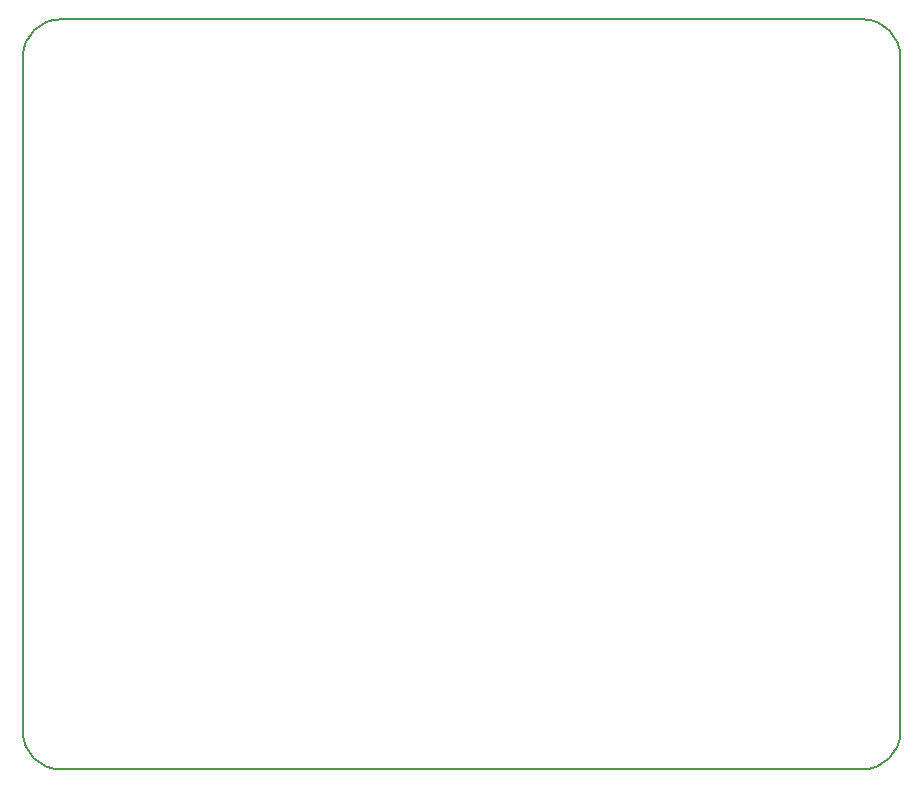
<source format=gbr>
G04 #@! TF.FileFunction,Profile,NP*
%FSLAX46Y46*%
G04 Gerber Fmt 4.6, Leading zero omitted, Abs format (unit mm)*
G04 Created by KiCad (PCBNEW 4.0.4-stable) date 08/15/17 16:15:30*
%MOMM*%
%LPD*%
G01*
G04 APERTURE LIST*
%ADD10C,0.100000*%
%ADD11C,0.150000*%
G04 APERTURE END LIST*
D10*
D11*
X3175000Y0D02*
X71120000Y0D01*
X0Y60325000D02*
X0Y3175000D01*
X71120000Y63500000D02*
X3175000Y63500000D01*
X74295000Y3175000D02*
X74295000Y60325000D01*
X0Y3175000D02*
G75*
G03X3175000Y0I3175000J0D01*
G01*
X3175000Y63500000D02*
G75*
G03X0Y60325000I0J-3175000D01*
G01*
X74295000Y60325000D02*
G75*
G03X71120000Y63500000I-3175000J0D01*
G01*
X71120000Y0D02*
G75*
G03X74295000Y3175000I0J3175000D01*
G01*
M02*

</source>
